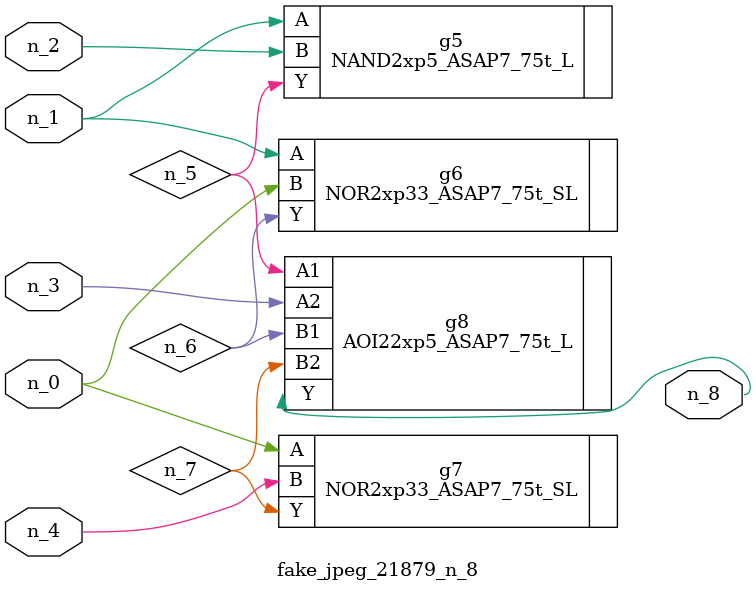
<source format=v>
module fake_jpeg_21879_n_8 (n_3, n_2, n_1, n_0, n_4, n_8);

input n_3;
input n_2;
input n_1;
input n_0;
input n_4;

output n_8;

wire n_6;
wire n_5;
wire n_7;

NAND2xp5_ASAP7_75t_L g5 ( 
.A(n_1),
.B(n_2),
.Y(n_5)
);

NOR2xp33_ASAP7_75t_SL g6 ( 
.A(n_1),
.B(n_0),
.Y(n_6)
);

NOR2xp33_ASAP7_75t_SL g7 ( 
.A(n_0),
.B(n_4),
.Y(n_7)
);

AOI22xp5_ASAP7_75t_L g8 ( 
.A1(n_5),
.A2(n_3),
.B1(n_6),
.B2(n_7),
.Y(n_8)
);


endmodule
</source>
